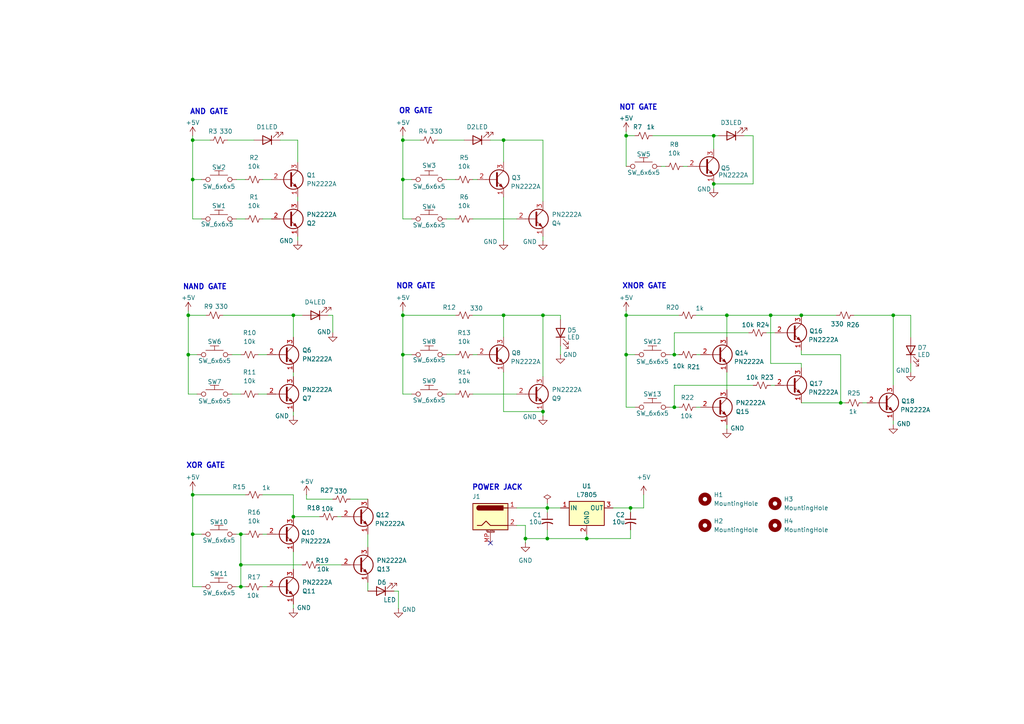
<source format=kicad_sch>
(kicad_sch (version 20250114) (generator "eeschema") (generator_version "9.0")
  (paper "A4")
  (title_block (title "Logic Gate") (date "2025-08-12") (company "Moh Rifqy Risqullah") (comment 1 "Simulate at LTSpice first"))
  (lib_symbols
    (symbol "Connector:Barrel_Jack_MountingPin" (pin_names (hide yes))
      (property "Reference" "J" (at 0 5.334 0))
      (property "Value" "Barrel_Jack_MountingPin" (at 1.27 -6.35 0))
      (symbol "Barrel_Jack_MountingPin_1_1"
        (text "Mounting" (at 0 -4.191 0) (effects (font (size 0.381 0.381))))
        (pin passive line (at 0 -7.62 90) (length 3.048) (name "MountPin") (number "MP"))
        (pin passive line (at 7.62 2.54 180) (length 2.54) (name "~") (number "1"))
        (pin passive line (at 7.62 -2.54 180) (length 2.54) (name "~") (number "2"))
      )
    )
    (symbol "Device:C_Small_US" (pin_numbers (hide yes)) (pin_names (offset 0.254) (hide yes))
      (property "Reference" "C" (at 0.254 1.778 0))
      (property "Value" "C_Small_US" (at 0.254 -2.032 0))
      (symbol "C_Small_US_1_1"
        (pin passive line (at 0 2.54 270) (length 2.032) (name "~") (number "1"))
        (pin passive line (at 0 -2.54 90) (length 2.032) (name "~") (number "2"))
      )
    )
    (symbol "Device:LED" (pin_numbers (hide yes)) (pin_names (offset 1.016) (hide yes))
      (property "Reference" "D" (at 0 2.54 0))
      (property "Value" "LED" (at 0 -2.54 0))
      (symbol "LED_1_1"
        (pin passive line (at -3.81 0 0) (length 2.54) (name "K") (number "1"))
        (pin passive line (at 3.81 0 180) (length 2.54) (name "A") (number "2"))
      )
    )
    (symbol "Device:R_Small_US" (pin_numbers (hide yes)) (pin_names (offset 0.254) (hide yes))
      (property "Reference" "R" (at 0.762 0.508 0))
      (property "Value" "R_Small_US" (at 0.762 -1.016 0))
      (symbol "R_Small_US_1_1"
        (pin passive line (at 0 2.54 270) (length 1.016) (name "~") (number "1"))
        (pin passive line (at 0 -2.54 90) (length 1.016) (name "~") (number "2"))
      )
    )
    (symbol "Mechanical:MountingHole" (pin_names (offset 1.016)) (in_bom no)
      (property "Reference" "H" (at 0 5.08 0))
      (property "Value" "MountingHole" (at 0 3.175 0))
    )
    (symbol "Regulator_Linear:L7805" (pin_names (offset 0.254))
      (property "Reference" "U" (at -3.81 3.175 0))
      (property "Value" "L7805" (at 0 3.175 0))
      (symbol "L7805_1_1"
        (pin power_in line (at -7.62 0 0) (length 2.54) (name "IN") (number "1"))
        (pin power_in line (at 0 -7.62 90) (length 2.54) (name "GND") (number "2"))
        (pin power_out line (at 7.62 0 180) (length 2.54) (name "OUT") (number "3"))
      )
    )
    (symbol "Tactile_Switch_Push_Btn:button_6x6x5"
      (property "Reference" "SW" (at -1.016 10.414 0))
      (property "Value" "SW_6x6x5" (at -1.016 8.382 0))
      (symbol "button_6x6x5_1_1"
        (pin passive inverted (at -5.08 0 0) (length 2.54) (name "") (number ""))
        (pin passive inverted (at 5.08 0 180) (length 2.54) (name "") (number ""))
      )
    )
    (symbol "Transistor_BJT:PN2222A" (pin_names (offset 0) (hide yes))
      (property "Reference" "Q" (at 5.08 1.905 0))
      (property "Value" "PN2222A" (at 5.08 0 0))
      (symbol "PN2222A_1_1"
        (pin input line (at -5.08 0 0) (length 2.54) (name "B") (number "2"))
        (pin passive line (at 2.54 5.08 270) (length 2.54) (name "C") (number "3"))
        (pin passive line (at 2.54 -5.08 90) (length 2.54) (name "E") (number "1"))
      )
    )
    (symbol "button_6x6x5_1"
      (property "Reference" "SW" (at -1.016 10.414 0))
      (property "Value" "SW_6x6x5" (at -1.016 8.382 0))
      (symbol "button_6x6x5_1_1_1"
        (pin passive inverted (at -5.08 0 0) (length 2.54) (name "") (number ""))
        (pin passive inverted (at 5.08 0 180) (length 2.54) (name "") (number ""))
      )
    )
    (symbol "button_6x6x5_10"
      (property "Reference" "SW" (at -1.016 10.414 0))
      (property "Value" "SW_6x6x5" (at -1.016 8.382 0))
      (symbol "button_6x6x5_10_1_1"
        (pin passive inverted (at -5.08 0 0) (length 2.54) (name "") (number ""))
        (pin passive inverted (at 5.08 0 180) (length 2.54) (name "") (number ""))
      )
    )
    (symbol "button_6x6x5_11"
      (property "Reference" "SW" (at -1.016 10.414 0))
      (property "Value" "SW_6x6x5" (at -1.016 8.382 0))
      (symbol "button_6x6x5_11_1_1"
        (pin passive inverted (at -5.08 0 0) (length 2.54) (name "") (number ""))
        (pin passive inverted (at 5.08 0 180) (length 2.54) (name "") (number ""))
      )
    )
    (symbol "button_6x6x5_12"
      (property "Reference" "SW" (at -1.016 10.414 0))
      (property "Value" "SW_6x6x5" (at -1.016 8.382 0))
      (symbol "button_6x6x5_12_1_1"
        (pin passive inverted (at -5.08 0 0) (length 2.54) (name "") (number ""))
        (pin passive inverted (at 5.08 0 180) (length 2.54) (name "") (number ""))
      )
    )
    (symbol "button_6x6x5_2"
      (property "Reference" "SW" (at -1.016 10.414 0))
      (property "Value" "SW_6x6x5" (at -1.016 8.382 0))
      (symbol "button_6x6x5_2_1_1"
        (pin passive inverted (at -5.08 0 0) (length 2.54) (name "") (number ""))
        (pin passive inverted (at 5.08 0 180) (length 2.54) (name "") (number ""))
      )
    )
    (symbol "button_6x6x5_3"
      (property "Reference" "SW" (at -1.016 10.414 0))
      (property "Value" "SW_6x6x5" (at -1.016 8.382 0))
      (symbol "button_6x6x5_3_1_1"
        (pin passive inverted (at -5.08 0 0) (length 2.54) (name "") (number ""))
        (pin passive inverted (at 5.08 0 180) (length 2.54) (name "") (number ""))
      )
    )
    (symbol "button_6x6x5_4"
      (property "Reference" "SW" (at -1.016 10.414 0))
      (property "Value" "SW_6x6x5" (at -1.016 8.382 0))
      (symbol "button_6x6x5_4_1_1"
        (pin passive inverted (at -5.08 0 0) (length 2.54) (name "") (number ""))
        (pin passive inverted (at 5.08 0 180) (length 2.54) (name "") (number ""))
      )
    )
    (symbol "button_6x6x5_5"
      (property "Reference" "SW" (at -1.016 10.414 0))
      (property "Value" "SW_6x6x5" (at -1.016 8.382 0))
      (symbol "button_6x6x5_5_1_1"
        (pin passive inverted (at -5.08 0 0) (length 2.54) (name "") (number ""))
        (pin passive inverted (at 5.08 0 180) (length 2.54) (name "") (number ""))
      )
    )
    (symbol "button_6x6x5_6"
      (property "Reference" "SW" (at -1.016 10.414 0))
      (property "Value" "SW_6x6x5" (at -1.016 8.382 0))
      (symbol "button_6x6x5_6_1_1"
        (pin passive inverted (at -5.08 0 0) (length 2.54) (name "") (number ""))
        (pin passive inverted (at 5.08 0 180) (length 2.54) (name "") (number ""))
      )
    )
    (symbol "button_6x6x5_7"
      (property "Reference" "SW" (at -1.016 10.414 0))
      (property "Value" "SW_6x6x5" (at -1.016 8.382 0))
      (symbol "button_6x6x5_7_1_1"
        (pin passive inverted (at -5.08 0 0) (length 2.54) (name "") (number ""))
        (pin passive inverted (at 5.08 0 180) (length 2.54) (name "") (number ""))
      )
    )
    (symbol "button_6x6x5_8"
      (property "Reference" "SW" (at -1.016 10.414 0))
      (property "Value" "SW_6x6x5" (at -1.016 8.382 0))
      (symbol "button_6x6x5_8_1_1"
        (pin passive inverted (at -5.08 0 0) (length 2.54) (name "") (number ""))
        (pin passive inverted (at 5.08 0 180) (length 2.54) (name "") (number ""))
      )
    )
    (symbol "button_6x6x5_9"
      (property "Reference" "SW" (at -1.016 10.414 0))
      (property "Value" "SW_6x6x5" (at -1.016 8.382 0))
      (symbol "button_6x6x5_9_1_1"
        (pin passive inverted (at -5.08 0 0) (length 2.54) (name "") (number ""))
        (pin passive inverted (at 5.08 0 180) (length 2.54) (name "") (number ""))
      )
    )
    (symbol "power:+5V" (power) (pin_numbers (hide yes)) (pin_names (offset 0) (hide yes))
      (property "Value" "+5V" (at 0 3.556 0))
      (symbol "+5V_1_1"
        (pin power_in line (at 0 0 90) (length 0) (name "~") (number "1"))
      )
    )
    (symbol "power:GND" (power) (pin_numbers (hide yes)) (pin_names (offset 0) (hide yes))
      (property "Value" "GND" (at 0 -3.81 0))
      (symbol "GND_1_1"
        (pin power_in line (at 0 0 270) (length 0) (name "~") (number "1"))
      )
    )
    (symbol "power:PWR_FLAG" (power) (pin_numbers (hide yes)) (pin_names (offset 0) (hide yes))
      (property "Value" "PWR_FLAG" (at 0 3.81 0))
      (symbol "PWR_FLAG_0_0"
        (pin power_out line (at 0 0 90) (length 0) (name "~") (number "1"))
      )
    )
  )
  (text "NOT GATE\n" (at 185.166 31.242 0) (effects (font (size 1.524 1.524) (thickness 0.3048) (bold yes))))
  (text "NOR GATE\n" (at 120.65 83.058 0) (effects (font (size 1.524 1.524) (thickness 0.3048) (bold yes))))
  (text "POWER JACK" (at 144.272 141.478 0) (effects (font (size 1.524 1.524) (thickness 0.3048) (bold yes))))
  (text "OR GATE\n" (at 120.65 32.258 0) (effects (font (size 1.524 1.524) (thickness 0.3048) (bold yes))))
  (text "NAND GATE\n" (at 59.436 83.312 0) (effects (font (size 1.524 1.524) (thickness 0.3048) (bold yes))))
  (text "AND GATE\n" (at 60.706 32.512 0) (effects (font (size 1.524 1.524) (thickness 0.3048) (bold yes))))
  (text "XNOR GATE\n" (at 186.944 83.058 0) (effects (font (size 1.524 1.524) (thickness 0.3048) (bold yes))))
  (text "XOR GATE\n" (at 59.69 135.128 0) (effects (font (size 1.524 1.524) (thickness 0.3048) (bold yes))))
  (junction (at 232.41 91.44))
  (junction (at 158.75 156.21))
  (junction (at 181.61 39.37))
  (junction (at 181.61 102.87))
  (junction (at 54.61 91.44))
  (junction (at 85.09 149.86))
  (junction (at 195.58 118.11))
  (junction (at 116.84 40.64))
  (junction (at 259.08 91.44))
  (junction (at 207.01 39.37))
  (junction (at 54.61 102.87))
  (junction (at 55.88 143.51))
  (junction (at 69.85 163.83))
  (junction (at 182.88 147.32))
  (junction (at 210.82 91.44))
  (junction (at 85.09 91.44))
  (junction (at 207.01 53.34))
  (junction (at 116.84 102.87))
  (junction (at 195.58 102.87))
  (junction (at 157.48 91.44))
  (junction (at 181.61 91.44))
  (junction (at 55.88 52.07))
  (junction (at 146.05 91.44))
  (junction (at 152.4 156.21))
  (junction (at 55.88 154.94))
  (junction (at 223.52 91.44))
  (junction (at 158.75 147.32))
  (junction (at 243.84 116.84))
  (junction (at 157.48 119.38))
  (junction (at 116.84 91.44))
  (junction (at 69.85 154.94))
  (junction (at 170.18 156.21))
  (junction (at 116.84 52.07))
  (junction (at 146.05 40.64))
  (junction (at 55.88 40.64))
  (junction (at 69.85 170.18))
  (no_connect (at 142.24 157.48))
  (wire (pts (xy 69.85 170.18) (xy 71.12 170.18)))
  (wire (pts (xy 55.88 170.18) (xy 58.42 170.18)))
  (wire (pts (xy 69.85 154.94) (xy 71.12 154.94)))
  (wire (pts (xy 157.48 68.58) (xy 157.48 69.85)))
  (wire (pts (xy 208.28 39.37) (xy 207.01 39.37)))
  (wire (pts (xy 157.48 40.64) (xy 146.05 40.64)))
  (wire (pts (xy 223.52 91.44) (xy 232.41 91.44)))
  (wire (pts (xy 181.61 102.87) (xy 181.61 118.11)))
  (wire (pts (xy 55.88 154.94) (xy 58.42 154.94)))
  (wire (pts (xy 85.09 143.51) (xy 85.09 149.86)))
  (wire (pts (xy 210.82 123.19) (xy 210.82 124.46)))
  (wire (pts (xy 129.54 52.07) (xy 132.08 52.07)))
  (wire (pts (xy 218.44 39.37) (xy 218.44 53.34)))
  (wire (pts (xy 137.16 63.5) (xy 149.86 63.5)))
  (wire (pts (xy 76.2 170.18) (xy 77.47 170.18)))
  (wire (pts (xy 215.9 39.37) (xy 218.44 39.37)))
  (wire (pts (xy 210.82 107.95) (xy 210.82 113.03)))
  (wire (pts (xy 181.61 39.37) (xy 181.61 48.26)))
  (wire (pts (xy 264.16 91.44) (xy 259.08 91.44)))
  (wire (pts (xy 217.17 96.52) (xy 195.58 96.52)))
  (wire (pts (xy 68.58 170.18) (xy 69.85 170.18)))
  (wire (pts (xy 149.86 147.32) (xy 158.75 147.32)))
  (wire (pts (xy 181.61 91.44) (xy 196.85 91.44)))
  (wire (pts (xy 68.58 52.07) (xy 71.12 52.07)))
  (wire (pts (xy 88.9 143.51) (xy 88.9 144.78)))
  (wire (pts (xy 232.41 91.44) (xy 242.57 91.44)))
  (wire (pts (xy 149.86 152.4) (xy 152.4 152.4)))
  (wire (pts (xy 158.75 153.67) (xy 158.75 156.21)))
  (wire (pts (xy 138.43 52.07) (xy 137.16 52.07)))
  (wire (pts (xy 116.84 102.87) (xy 119.38 102.87)))
  (wire (pts (xy 194.31 118.11) (xy 195.58 118.11)))
  (wire (pts (xy 88.9 144.78) (xy 96.52 144.78)))
  (wire (pts (xy 142.24 40.64) (xy 146.05 40.64)))
  (wire (pts (xy 170.18 154.94) (xy 170.18 156.21)))
  (wire (pts (xy 54.61 90.17) (xy 54.61 91.44)))
  (wire (pts (xy 162.56 91.44) (xy 157.48 91.44)))
  (wire (pts (xy 243.84 102.87) (xy 243.84 116.84)))
  (wire (pts (xy 264.16 97.79) (xy 264.16 91.44)))
  (wire (pts (xy 182.88 153.67) (xy 182.88 156.21)))
  (wire (pts (xy 114.3 171.45) (xy 115.57 171.45)))
  (wire (pts (xy 96.52 91.44) (xy 95.25 91.44)))
  (wire (pts (xy 116.84 90.17) (xy 116.84 91.44)))
  (wire (pts (xy 207.01 39.37) (xy 207.01 43.18)))
  (wire (pts (xy 198.12 48.26) (xy 199.39 48.26)))
  (wire (pts (xy 55.88 143.51) (xy 55.88 154.94)))
  (wire (pts (xy 201.93 118.11) (xy 203.2 118.11)))
  (wire (pts (xy 157.48 58.42) (xy 157.48 40.64)))
  (wire (pts (xy 69.85 163.83) (xy 69.85 170.18)))
  (wire (pts (xy 129.54 114.3) (xy 132.08 114.3)))
  (wire (pts (xy 81.28 40.64) (xy 86.36 40.64)))
  (wire (pts (xy 181.61 90.17) (xy 181.61 91.44)))
  (wire (pts (xy 129.54 102.87) (xy 132.08 102.87)))
  (wire (pts (xy 116.84 39.37) (xy 116.84 40.64)))
  (wire (pts (xy 181.61 91.44) (xy 181.61 102.87)))
  (wire (pts (xy 116.84 102.87) (xy 116.84 114.3)))
  (wire (pts (xy 69.85 163.83) (xy 69.85 154.94)))
  (wire (pts (xy 54.61 114.3) (xy 57.15 114.3)))
  (wire (pts (xy 152.4 156.21) (xy 152.4 157.48)))
  (wire (pts (xy 85.09 175.26) (xy 85.09 176.53)))
  (wire (pts (xy 146.05 91.44) (xy 146.05 97.79)))
  (wire (pts (xy 55.88 40.64) (xy 60.96 40.64)))
  (wire (pts (xy 203.2 102.87) (xy 201.93 102.87)))
  (wire (pts (xy 223.52 91.44) (xy 223.52 105.41)))
  (wire (pts (xy 55.88 154.94) (xy 55.88 170.18)))
  (wire (pts (xy 210.82 91.44) (xy 210.82 97.79)))
  (wire (pts (xy 218.44 53.34) (xy 207.01 53.34)))
  (wire (pts (xy 232.41 106.68) (xy 232.41 105.41)))
  (wire (pts (xy 158.75 146.05) (xy 158.75 147.32)))
  (wire (pts (xy 146.05 107.95) (xy 146.05 119.38)))
  (wire (pts (xy 116.84 52.07) (xy 119.38 52.07)))
  (wire (pts (xy 116.84 91.44) (xy 116.84 102.87)))
  (wire (pts (xy 232.41 102.87) (xy 243.84 102.87)))
  (wire (pts (xy 99.06 149.86) (xy 97.79 149.86)))
  (wire (pts (xy 116.84 52.07) (xy 116.84 63.5)))
  (wire (pts (xy 85.09 160.02) (xy 85.09 165.1)))
  (wire (pts (xy 222.25 96.52) (xy 224.79 96.52)))
  (wire (pts (xy 67.31 114.3) (xy 69.85 114.3)))
  (wire (pts (xy 232.41 101.6) (xy 232.41 102.87)))
  (wire (pts (xy 146.05 119.38) (xy 157.48 119.38)))
  (wire (pts (xy 232.41 116.84) (xy 243.84 116.84)))
  (wire (pts (xy 129.54 63.5) (xy 132.08 63.5)))
  (wire (pts (xy 85.09 149.86) (xy 92.71 149.86)))
  (wire (pts (xy 210.82 91.44) (xy 223.52 91.44)))
  (wire (pts (xy 250.19 116.84) (xy 251.46 116.84)))
  (wire (pts (xy 138.43 102.87) (xy 137.16 102.87)))
  (wire (pts (xy 195.58 118.11) (xy 196.85 118.11)))
  (wire (pts (xy 96.52 96.52) (xy 96.52 91.44)))
  (wire (pts (xy 181.61 102.87) (xy 184.15 102.87)))
  (wire (pts (xy 182.88 147.32) (xy 182.88 148.59)))
  (wire (pts (xy 152.4 152.4) (xy 152.4 156.21)))
  (wire (pts (xy 76.2 143.51) (xy 85.09 143.51)))
  (wire (pts (xy 55.88 63.5) (xy 58.42 63.5)))
  (wire (pts (xy 54.61 102.87) (xy 57.15 102.87)))
  (wire (pts (xy 177.8 147.32) (xy 182.88 147.32)))
  (wire (pts (xy 85.09 91.44) (xy 87.63 91.44)))
  (wire (pts (xy 218.44 111.76) (xy 195.58 111.76)))
  (wire (pts (xy 162.56 92.71) (xy 162.56 91.44)))
  (wire (pts (xy 181.61 38.1) (xy 181.61 39.37)))
  (wire (pts (xy 55.88 52.07) (xy 55.88 63.5)))
  (wire (pts (xy 158.75 147.32) (xy 158.75 148.59)))
  (wire (pts (xy 181.61 118.11) (xy 184.15 118.11)))
  (wire (pts (xy 189.23 39.37) (xy 207.01 39.37)))
  (wire (pts (xy 157.48 120.65) (xy 157.48 119.38)))
  (wire (pts (xy 195.58 96.52) (xy 195.58 102.87)))
  (wire (pts (xy 158.75 147.32) (xy 162.56 147.32)))
  (wire (pts (xy 116.84 114.3) (xy 119.38 114.3)))
  (wire (pts (xy 66.04 40.64) (xy 73.66 40.64)))
  (wire (pts (xy 106.68 154.94) (xy 106.68 158.75)))
  (wire (pts (xy 259.08 91.44) (xy 259.08 111.76)))
  (wire (pts (xy 195.58 111.76) (xy 195.58 118.11)))
  (wire (pts (xy 54.61 102.87) (xy 54.61 114.3)))
  (wire (pts (xy 186.69 143.51) (xy 186.69 147.32)))
  (wire (pts (xy 87.63 163.83) (xy 69.85 163.83)))
  (wire (pts (xy 157.48 109.22) (xy 157.48 91.44)))
  (wire (pts (xy 146.05 40.64) (xy 146.05 46.99)))
  (wire (pts (xy 92.71 163.83) (xy 99.06 163.83)))
  (wire (pts (xy 85.09 91.44) (xy 85.09 97.79)))
  (wire (pts (xy 74.93 102.87) (xy 77.47 102.87)))
  (wire (pts (xy 86.36 69.85) (xy 86.36 68.58)))
  (wire (pts (xy 55.88 40.64) (xy 55.88 52.07)))
  (wire (pts (xy 85.09 120.65) (xy 85.09 119.38)))
  (wire (pts (xy 68.58 154.94) (xy 69.85 154.94)))
  (wire (pts (xy 201.93 91.44) (xy 210.82 91.44)))
  (wire (pts (xy 76.2 63.5) (xy 78.74 63.5)))
  (wire (pts (xy 207.01 53.34) (xy 207.01 54.61)))
  (wire (pts (xy 54.61 91.44) (xy 59.69 91.44)))
  (wire (pts (xy 77.47 154.94) (xy 76.2 154.94)))
  (wire (pts (xy 127 40.64) (xy 134.62 40.64)))
  (wire (pts (xy 55.88 52.07) (xy 58.42 52.07)))
  (wire (pts (xy 54.61 91.44) (xy 54.61 102.87)))
  (wire (pts (xy 182.88 156.21) (xy 170.18 156.21)))
  (wire (pts (xy 264.16 105.41) (xy 264.16 107.95)))
  (wire (pts (xy 68.58 63.5) (xy 71.12 63.5)))
  (wire (pts (xy 194.31 102.87) (xy 195.58 102.87)))
  (wire (pts (xy 86.36 57.15) (xy 86.36 58.42)))
  (wire (pts (xy 74.93 114.3) (xy 77.47 114.3)))
  (wire (pts (xy 55.88 143.51) (xy 71.12 143.51)))
  (wire (pts (xy 195.58 102.87) (xy 196.85 102.87)))
  (wire (pts (xy 116.84 40.64) (xy 116.84 52.07)))
  (wire (pts (xy 259.08 121.92) (xy 259.08 123.19)))
  (wire (pts (xy 247.65 91.44) (xy 259.08 91.44)))
  (wire (pts (xy 115.57 171.45) (xy 115.57 176.53)))
  (wire (pts (xy 55.88 142.24) (xy 55.88 143.51)))
  (wire (pts (xy 76.2 52.07) (xy 78.74 52.07)))
  (wire (pts (xy 137.16 114.3) (xy 149.86 114.3)))
  (wire (pts (xy 158.75 156.21) (xy 170.18 156.21)))
  (wire (pts (xy 64.77 91.44) (xy 85.09 91.44)))
  (wire (pts (xy 162.56 100.33) (xy 162.56 102.87)))
  (wire (pts (xy 152.4 156.21) (xy 158.75 156.21)))
  (wire (pts (xy 116.84 40.64) (xy 121.92 40.64)))
  (wire (pts (xy 146.05 57.15) (xy 146.05 69.85)))
  (wire (pts (xy 67.31 102.87) (xy 69.85 102.87)))
  (wire (pts (xy 186.69 147.32) (xy 182.88 147.32)))
  (wire (pts (xy 116.84 63.5) (xy 119.38 63.5)))
  (wire (pts (xy 116.84 91.44) (xy 132.08 91.44)))
  (wire (pts (xy 137.16 91.44) (xy 146.05 91.44)))
  (wire (pts (xy 55.88 39.37) (xy 55.88 40.64)))
  (wire (pts (xy 232.41 105.41) (xy 223.52 105.41)))
  (wire (pts (xy 85.09 107.95) (xy 85.09 109.22)))
  (wire (pts (xy 191.77 48.26) (xy 193.04 48.26)))
  (wire (pts (xy 157.48 91.44) (xy 146.05 91.44)))
  (wire (pts (xy 101.6 144.78) (xy 106.68 144.78)))
  (wire (pts (xy 243.84 116.84) (xy 245.11 116.84)))
  (wire (pts (xy 106.68 168.91) (xy 106.68 171.45)))
  (wire (pts (xy 181.61 39.37) (xy 184.15 39.37)))
  (wire (pts (xy 86.36 40.64) (xy 86.36 46.99)))
  (wire (pts (xy 223.52 111.76) (xy 224.79 111.76)))
  (symbol (lib_id "Device:R_Small_US") (at 195.58 48.26 90) (unit 1)
    (property "Reference" "R8" (at 195.58 41.91 90))
    (property "Value" "10k" (at 195.58 44.45 90))
    (property "Footprint" "Resistor_THT:R_Axial_DIN0309_L9.0mm_D3.2mm_P12.70mm_Horizontal" (effects (hide yes)))
    (property "Description" "Resistor, small US symbol" (effects (hide yes)))
  )
  (symbol (lib_id "power:GND") (at 210.82 124.46 0) (unit 1)
    (property "Reference" "#PWR019" (effects (hide yes)))
    (property "Value" "GND" (at 213.868 124.206 0))
    (property "Description" "Power symbol creates a global label with name \"GND\" , ground" (effects (hide yes)))
  )
  (symbol (lib_id "Transistor_BJT:PN2222A") (at 204.47 48.26 0) (unit 1)
    (property "Reference" "Q5" (at 209.042 48.768 0) (effects (justify left)))
    (property "Value" "PN2222A" (at 208.28 50.8 0) (effects (justify left)))
    (property "Footprint" "Package_TO_SOT_THT:TO-92_Inline" (effects (hide yes)))
    (property "Datasheet" "https://www.onsemi.com/pub/Collateral/PN2222-D.PDF" (effects (hide yes)))
    (property "Description" "1A Ic, 40V Vce, NPN Transistor, General Purpose Transistor, TO-92" (effects (hide yes)))
  )
  (symbol (lib_id "Device:LED") (at 264.16 101.6 90) (unit 1)
    (property "Reference" "D7" (at 267.462 100.838 90))
    (property "Value" "LED" (at 267.97 102.87 90))
    (property "Footprint" "LED_THT:LED_D5.0mm_IRBlack" (effects (hide yes)))
    (property "Description" "Light emitting diode" (effects (hide yes)))
    (property "Sim.Pins" "1=K 2=A" (effects (hide yes)))
  )
  (symbol (lib_id "Device:R_Small_US") (at 134.62 102.87 90) (unit 1)
    (property "Reference" "R13" (at 134.62 96.52 90))
    (property "Value" "10k" (at 134.62 99.06 90))
    (property "Footprint" "Resistor_THT:R_Axial_DIN0309_L9.0mm_D3.2mm_P12.70mm_Horizontal" (effects (hide yes)))
    (property "Description" "Resistor, small US symbol" (effects (hide yes)))
  )
  (symbol (lib_id "Device:R_Small_US") (at 245.11 91.44 90) (unit 1)
    (property "Reference" "R26" (at 247.396 94.234 90))
    (property "Value" "330" (at 242.824 93.98 90))
    (property "Footprint" "Resistor_THT:R_Axial_DIN0309_L9.0mm_D3.2mm_P12.70mm_Horizontal" (effects (hide yes)))
    (property "Description" "Resistor, small US symbol" (effects (hide yes)))
  )
  (symbol (lib_id "Tactile_Switch_Push_Btn:button_6x6x5") (at 124.46 114.3 0) (unit 1)
    (property "Reference" "SW9" (at 124.46 110.49 0))
    (property "Value" "SW_6x6x5" (at 124.46 116.078 0))
    (property "Footprint" "Tactile_Switch_Push_Btn:Btn_6x6x5" (effects (hide yes)))
    (property "Description" "Two pin tactile switch 6x6x5" (effects (hide yes)))
  )
  (symbol (lib_id "Device:R_Small_US") (at 199.39 118.11 90) (unit 1)
    (property "Reference" "R22" (at 199.39 115.316 90))
    (property "Value" "10k" (at 199.136 120.65 90))
    (property "Footprint" "Resistor_THT:R_Axial_DIN0309_L9.0mm_D3.2mm_P12.70mm_Horizontal" (effects (hide yes)))
    (property "Description" "Resistor, small US symbol" (effects (hide yes)))
  )
  (symbol (lib_id "Device:R_Small_US") (at 73.66 52.07 90) (unit 1)
    (property "Reference" "R2" (at 73.66 45.72 90))
    (property "Value" "10k" (at 73.66 48.26 90))
    (property "Footprint" "Resistor_THT:R_Axial_DIN0309_L9.0mm_D3.2mm_P12.70mm_Horizontal" (effects (hide yes)))
    (property "Description" "Resistor, small US symbol" (effects (hide yes)))
  )
  (symbol (lib_id "Connector:Barrel_Jack_MountingPin") (at 142.24 149.86 0) (unit 1)
    (property "Reference" "J1" (at 138.176 144.018 0))
    (property "Value" "Barrel_Jack_MountingPin" (effects (hide yes)))
    (property "Footprint" "Connector_BarrelJack:BarrelJack_Horizontal" (effects (hide yes)))
    (property "Description" "DC Barrel Jack with a mounting pin" (effects (hide yes)))
  )
  (symbol (lib_id "Device:LED") (at 77.47 40.64 180) (unit 1)
    (property "Reference" "D1" (at 75.692 36.83 0))
    (property "Value" "LED" (at 78.74 36.83 0))
    (property "Footprint" "LED_THT:LED_D5.0mm_IRBlack" (effects (hide yes)))
    (property "Description" "Light emitting diode" (effects (hide yes)))
    (property "Sim.Pins" "1=K 2=A" (effects (hide yes)))
  )
  (symbol (lib_id "Device:LED") (at 110.49 171.45 180) (unit 1)
    (property "Reference" "D6" (at 110.744 168.91 0))
    (property "Value" "LED" (at 113.03 173.99 0))
    (property "Footprint" "LED_THT:LED_D5.0mm_IRBlack" (effects (hide yes)))
    (property "Description" "Light emitting diode" (effects (hide yes)))
    (property "Sim.Pins" "1=K 2=A" (effects (hide yes)))
  )
  (symbol (lib_id "power:PWR_FLAG") (at 158.75 146.05 0) (unit 1)
    (property "Reference" "#FLG01" (effects (hide yes)))
    (property "Value" "PWR_FLAG" (effects (hide yes)))
    (property "Description" "Special symbol for telling ERC where power comes from" (effects (hide yes)))
  )
  (symbol (lib_id "Transistor_BJT:PN2222A") (at 208.28 118.11 0) (unit 1)
    (property "Reference" "Q15" (at 213.36 119.3801 0) (effects (justify left)))
    (property "Value" "PN2222A" (at 213.36 116.8401 0) (effects (justify left)))
    (property "Footprint" "Package_TO_SOT_THT:TO-92_Inline" (effects (hide yes)))
    (property "Datasheet" "https://www.onsemi.com/pub/Collateral/PN2222-D.PDF" (effects (hide yes)))
    (property "Description" "1A Ic, 40V Vce, NPN Transistor, General Purpose Transistor, TO-92" (effects (hide yes)))
  )
  (symbol (lib_id "Transistor_BJT:PN2222A") (at 83.82 63.5 0) (unit 1)
    (property "Reference" "Q2" (at 88.9 64.7701 0) (effects (justify left)))
    (property "Value" "PN2222A" (at 88.9 62.2301 0) (effects (justify left)))
    (property "Footprint" "Package_TO_SOT_THT:TO-92_Inline" (effects (hide yes)))
    (property "Datasheet" "https://www.onsemi.com/pub/Collateral/PN2222-D.PDF" (effects (hide yes)))
    (property "Description" "1A Ic, 40V Vce, NPN Transistor, General Purpose Transistor, TO-92" (effects (hide yes)))
  )
  (symbol (lib_id "Device:R_Small_US") (at 124.46 40.64 270) (unit 1)
    (property "Reference" "R4" (at 122.682 38.1 90))
    (property "Value" "330" (at 126.492 38.1 90))
    (property "Footprint" "Resistor_THT:R_Axial_DIN0309_L9.0mm_D3.2mm_P12.70mm_Horizontal" (effects (hide yes)))
    (property "Description" "Resistor, small US symbol" (effects (hide yes)))
  )
  (symbol (lib_id "power:GND") (at 162.56 102.87 0) (unit 1)
    (property "Reference" "#PWR012" (effects (hide yes)))
    (property "Value" "GND" (at 165.354 102.87 0))
    (property "Description" "Power symbol creates a global label with name \"GND\" , ground" (effects (hide yes)))
  )
  (symbol (lib_name "button_6x6x5_1") (lib_id "Tactile_Switch_Push_Btn:button_6x6x5") (at 62.23 102.87 0) (unit 1)
    (property "Reference" "SW6" (at 62.23 99.06 0))
    (property "Value" "SW_6x6x5" (at 62.23 104.648 0))
    (property "Footprint" "Tactile_Switch_Push_Btn:Btn_6x6x5" (effects (hide yes)))
    (property "Description" "Two pin tactile switch 6x6x5" (effects (hide yes)))
  )
  (symbol (lib_id "power:+5V") (at 116.84 39.37 0) (unit 1)
    (property "Reference" "#PWR01" (effects (hide yes)))
    (property "Value" "+5V" (at 116.84 35.56 0))
    (property "Description" "Power symbol creates a global label with name \"+5V\"" (effects (hide yes)))
  )
  (symbol (lib_id "Transistor_BJT:PN2222A") (at 82.55 154.94 0) (unit 1)
    (property "Reference" "Q10" (at 87.376 154.432 0) (effects (justify left)))
    (property "Value" "PN2222A" (at 87.122 156.972 0) (effects (justify left)))
    (property "Footprint" "Package_TO_SOT_THT:TO-92_Inline" (effects (hide yes)))
    (property "Datasheet" "https://www.onsemi.com/pub/Collateral/PN2222-D.PDF" (effects (hide yes)))
    (property "Description" "1A Ic, 40V Vce, NPN Transistor, General Purpose Transistor, TO-92" (effects (hide yes)))
  )
  (symbol (lib_id "Transistor_BJT:PN2222A") (at 208.28 102.87 0) (unit 1)
    (property "Reference" "Q14" (at 213.106 102.362 0) (effects (justify left)))
    (property "Value" "PN2222A" (at 212.852 104.902 0) (effects (justify left)))
    (property "Footprint" "Package_TO_SOT_THT:TO-92_Inline" (effects (hide yes)))
    (property "Datasheet" "https://www.onsemi.com/pub/Collateral/PN2222-D.PDF" (effects (hide yes)))
    (property "Description" "1A Ic, 40V Vce, NPN Transistor, General Purpose Transistor, TO-92" (effects (hide yes)))
  )
  (symbol (lib_id "power:GND") (at 86.36 69.85 0) (unit 1)
    (property "Reference" "#PWR03" (effects (hide yes)))
    (property "Value" "GND" (at 83.058 69.85 0))
    (property "Description" "Power symbol creates a global label with name \"GND\" , ground" (effects (hide yes)))
  )
  (symbol (lib_id "Transistor_BJT:PN2222A") (at 143.51 102.87 0) (unit 1)
    (property "Reference" "Q8" (at 148.336 102.362 0) (effects (justify left)))
    (property "Value" "PN2222A" (at 148.082 104.902 0) (effects (justify left)))
    (property "Footprint" "Package_TO_SOT_THT:TO-92_Inline" (effects (hide yes)))
    (property "Datasheet" "https://www.onsemi.com/pub/Collateral/PN2222-D.PDF" (effects (hide yes)))
    (property "Description" "1A Ic, 40V Vce, NPN Transistor, General Purpose Transistor, TO-92" (effects (hide yes)))
  )
  (symbol (lib_id "Device:R_Small_US") (at 90.17 163.83 90) (unit 1)
    (property "Reference" "R19" (at 93.472 162.56 90))
    (property "Value" "10k" (at 93.726 165.1 90))
    (property "Footprint" "Resistor_THT:R_Axial_DIN0309_L9.0mm_D3.2mm_P12.70mm_Horizontal" (effects (hide yes)))
    (property "Description" "Resistor, small US symbol" (effects (hide yes)))
  )
  (symbol (lib_id "power:+5V") (at 55.88 142.24 0) (unit 1)
    (property "Reference" "#PWR013" (effects (hide yes)))
    (property "Value" "+5V" (at 55.88 138.43 0))
    (property "Description" "Power symbol creates a global label with name \"+5V\"" (effects (hide yes)))
  )
  (symbol (lib_name "button_6x6x5_9") (lib_id "Tactile_Switch_Push_Btn:button_6x6x5") (at 189.23 102.87 0) (unit 1)
    (property "Reference" "SW12" (at 189.23 99.06 0))
    (property "Value" "SW_6x6x5" (at 189.23 104.902 0))
    (property "Footprint" "Tactile_Switch_Push_Btn:Btn_6x6x5" (effects (hide yes)))
    (property "Description" "Two pin tactile switch 6x6x5" (effects (hide yes)))
  )
  (symbol (lib_id "Device:R_Small_US") (at 134.62 91.44 270) (unit 1)
    (property "Reference" "R12" (at 130.302 89.154 90))
    (property "Value" "330" (at 138.176 89.408 90))
    (property "Footprint" "Resistor_THT:R_Axial_DIN0309_L9.0mm_D3.2mm_P12.70mm_Horizontal" (effects (hide yes)))
    (property "Description" "Resistor, small US symbol" (effects (hide yes)))
  )
  (symbol (lib_id "Transistor_BJT:PN2222A") (at 154.94 63.5 0) (unit 1)
    (property "Reference" "Q4" (at 160.02 64.7701 0) (effects (justify left)))
    (property "Value" "PN2222A" (at 160.02 62.2301 0) (effects (justify left)))
    (property "Footprint" "Package_TO_SOT_THT:TO-92_Inline" (effects (hide yes)))
    (property "Datasheet" "https://www.onsemi.com/pub/Collateral/PN2222-D.PDF" (effects (hide yes)))
    (property "Description" "1A Ic, 40V Vce, NPN Transistor, General Purpose Transistor, TO-92" (effects (hide yes)))
  )
  (symbol (lib_id "Device:R_Small_US") (at 220.98 111.76 90) (unit 1)
    (property "Reference" "R23" (at 222.504 109.474 90))
    (property "Value" "10k" (at 218.186 109.474 90))
    (property "Footprint" "Resistor_THT:R_Axial_DIN0309_L9.0mm_D3.2mm_P12.70mm_Horizontal" (effects (hide yes)))
    (property "Description" "Resistor, small US symbol" (effects (hide yes)))
  )
  (symbol (lib_id "Device:LED") (at 212.09 39.37 180) (unit 1)
    (property "Reference" "D3" (at 210.312 35.56 0))
    (property "Value" "LED" (at 213.36 35.56 0))
    (property "Footprint" "LED_THT:LED_D5.0mm_IRBlack" (effects (hide yes)))
    (property "Description" "Light emitting diode" (effects (hide yes)))
    (property "Sim.Pins" "1=K 2=A" (effects (hide yes)))
  )
  (symbol (lib_name "button_6x6x5_10") (lib_id "Tactile_Switch_Push_Btn:button_6x6x5") (at 124.46 102.87 0) (unit 1)
    (property "Reference" "SW8" (at 124.46 99.06 0))
    (property "Value" "SW_6x6x5" (at 124.46 104.394 0))
    (property "Footprint" "Tactile_Switch_Push_Btn:Btn_6x6x5" (effects (hide yes)))
    (property "Description" "Two pin tactile switch 6x6x5" (effects (hide yes)))
  )
  (symbol (lib_id "Transistor_BJT:PN2222A") (at 82.55 102.87 0) (unit 1)
    (property "Reference" "Q6" (at 87.63 101.5999 0) (effects (justify left)))
    (property "Value" "PN2222A" (at 87.63 104.1399 0) (effects (justify left)))
    (property "Footprint" "Package_TO_SOT_THT:TO-92_Inline" (effects (hide yes)))
    (property "Datasheet" "https://www.onsemi.com/pub/Collateral/PN2222-D.PDF" (effects (hide yes)))
    (property "Description" "1A Ic, 40V Vce, NPN Transistor, General Purpose Transistor, TO-92" (effects (hide yes)))
  )
  (symbol (lib_id "Device:LED") (at 162.56 96.52 90) (unit 1)
    (property "Reference" "D5" (at 165.862 95.758 90))
    (property "Value" "LED" (at 166.37 97.79 90))
    (property "Footprint" "LED_THT:LED_D5.0mm_IRBlack" (effects (hide yes)))
    (property "Description" "Light emitting diode" (effects (hide yes)))
    (property "Sim.Pins" "1=K 2=A" (effects (hide yes)))
  )
  (symbol (lib_id "Transistor_BJT:PN2222A") (at 256.54 116.84 0) (unit 1)
    (property "Reference" "Q18" (at 261.366 116.332 0) (effects (justify left)))
    (property "Value" "PN2222A" (at 261.112 118.872 0) (effects (justify left)))
    (property "Footprint" "Package_TO_SOT_THT:TO-92_Inline" (effects (hide yes)))
    (property "Datasheet" "https://www.onsemi.com/pub/Collateral/PN2222-D.PDF" (effects (hide yes)))
    (property "Description" "1A Ic, 40V Vce, NPN Transistor, General Purpose Transistor, TO-92" (effects (hide yes)))
  )
  (symbol (lib_name "button_6x6x5_11") (lib_id "Tactile_Switch_Push_Btn:button_6x6x5") (at 186.69 48.26 0) (unit 1)
    (property "Reference" "SW5" (at 186.69 44.704 0))
    (property "Value" "SW_6x6x5" (at 186.69 50.038 0))
    (property "Footprint" "Tactile_Switch_Push_Btn:Btn_6x6x5" (effects (hide yes)))
    (property "Description" "Two pin tactile switch 6x6x5" (effects (hide yes)))
  )
  (symbol (lib_id "Device:R_Small_US") (at 62.23 91.44 270) (unit 1)
    (property "Reference" "R9" (at 60.452 88.9 90))
    (property "Value" "330" (at 64.262 88.9 90))
    (property "Footprint" "Resistor_THT:R_Axial_DIN0309_L9.0mm_D3.2mm_P12.70mm_Horizontal" (effects (hide yes)))
    (property "Description" "Resistor, small US symbol" (effects (hide yes)))
  )
  (symbol (lib_id "Device:R_Small_US") (at 73.66 170.18 90) (unit 1)
    (property "Reference" "R17" (at 73.66 167.386 90))
    (property "Value" "10k" (at 73.406 172.72 90))
    (property "Footprint" "Resistor_THT:R_Axial_DIN0309_L9.0mm_D3.2mm_P12.70mm_Horizontal" (effects (hide yes)))
    (property "Description" "Resistor, small US symbol" (effects (hide yes)))
  )
  (symbol (lib_id "power:GND") (at 157.48 120.65 0) (unit 1)
    (property "Reference" "#PWR011" (effects (hide yes)))
    (property "Value" "GND" (at 153.67 120.904 0))
    (property "Description" "Power symbol creates a global label with name \"GND\" , ground" (effects (hide yes)))
  )
  (symbol (lib_name "button_6x6x5_8") (lib_id "Tactile_Switch_Push_Btn:button_6x6x5") (at 63.5 154.94 0) (unit 1)
    (property "Reference" "SW10" (at 63.5 151.384 0))
    (property "Value" "SW_6x6x5" (at 63.5 156.718 0))
    (property "Footprint" "Tactile_Switch_Push_Btn:Btn_6x6x5" (effects (hide yes)))
    (property "Description" "Two pin tactile switch 6x6x5" (effects (hide yes)))
  )
  (symbol (lib_id "Device:R_Small_US") (at 186.69 39.37 270) (unit 1)
    (property "Reference" "R7" (at 184.912 36.83 90))
    (property "Value" "1k" (at 188.722 36.83 90))
    (property "Footprint" "Resistor_THT:R_Axial_DIN0309_L9.0mm_D3.2mm_P12.70mm_Horizontal" (effects (hide yes)))
    (property "Description" "Resistor, small US symbol" (effects (hide yes)))
  )
  (symbol (lib_id "Device:R_Small_US") (at 73.66 154.94 90) (unit 1)
    (property "Reference" "R16" (at 73.66 148.59 90))
    (property "Value" "10k" (at 73.66 151.13 90))
    (property "Footprint" "Resistor_THT:R_Axial_DIN0309_L9.0mm_D3.2mm_P12.70mm_Horizontal" (effects (hide yes)))
    (property "Description" "Resistor, small US symbol" (effects (hide yes)))
  )
  (symbol (lib_id "power:+5V") (at 116.84 90.17 0) (unit 1)
    (property "Reference" "#PWR010" (effects (hide yes)))
    (property "Value" "+5V" (at 116.84 86.36 0))
    (property "Description" "Power symbol creates a global label with name \"+5V\"" (effects (hide yes)))
  )
  (symbol (lib_id "Mechanical:MountingHole") (at 204.47 152.4 0) (unit 1) (in_bom no)
    (property "Reference" "H2" (at 207.01 151.1299 0) (effects (justify left)))
    (property "Value" "MountingHole" (at 207.01 153.6699 0) (effects (justify left)))
    (property "Footprint" "MountingHole:MountingHole_3.2mm_M3" (effects (hide yes)))
    (property "Description" "Mounting Hole without connection" (effects (hide yes)))
  )
  (symbol (lib_id "Device:LED") (at 138.43 40.64 180) (unit 1)
    (property "Reference" "D2" (at 136.652 36.83 0))
    (property "Value" "LED" (at 139.7 36.83 0))
    (property "Footprint" "LED_THT:LED_D5.0mm_IRBlack" (effects (hide yes)))
    (property "Description" "Light emitting diode" (effects (hide yes)))
    (property "Sim.Pins" "1=K 2=A" (effects (hide yes)))
  )
  (symbol (lib_id "Transistor_BJT:PN2222A") (at 82.55 170.18 0) (unit 1)
    (property "Reference" "Q11" (at 87.63 171.4501 0) (effects (justify left)))
    (property "Value" "PN2222A" (at 87.63 168.9101 0) (effects (justify left)))
    (property "Footprint" "Package_TO_SOT_THT:TO-92_Inline" (effects (hide yes)))
    (property "Datasheet" "https://www.onsemi.com/pub/Collateral/PN2222-D.PDF" (effects (hide yes)))
    (property "Description" "1A Ic, 40V Vce, NPN Transistor, General Purpose Transistor, TO-92" (effects (hide yes)))
  )
  (symbol (lib_id "power:GND") (at 207.01 54.61 0) (unit 1)
    (property "Reference" "#PWR07" (effects (hide yes)))
    (property "Value" "GND" (at 204.216 54.864 0))
    (property "Description" "Power symbol creates a global label with name \"GND\" , ground" (effects (hide yes)))
  )
  (symbol (lib_name "button_6x6x5_12") (lib_id "Tactile_Switch_Push_Btn:button_6x6x5") (at 63.5 63.5 0) (unit 1)
    (property "Reference" "SW1" (at 63.5 59.69 0))
    (property "Value" "SW_6x6x5" (at 62.992 65.024 0))
    (property "Footprint" "Tactile_Switch_Push_Btn:Btn_6x6x5" (effects (hide yes)))
    (property "Description" "Two pin tactile switch 6x6x5" (effects (hide yes)))
  )
  (symbol (lib_id "Regulator_Linear:L7805") (at 170.18 147.32 0) (unit 1)
    (property "Reference" "U1" (at 170.18 140.97 0))
    (property "Value" "L7805" (at 170.18 143.51 0))
    (property "Footprint" "Package_TO_SOT_THT:TO-220-3_Vertical" (effects (hide yes)))
    (property "Datasheet" "http://www.st.com/content/ccc/resource/technical/document/datasheet/41/4f/b3/b0/12/d4/47/88/CD00000444.pdf/files/CD00000444.pdf/jcr:content/translations/en.CD00000444.pdf" (effects (hide yes)))
    (property "Description" "Positive 1.5A 35V Linear Regulator, Fixed Output 5V, TO-220/TO-263/TO-252" (effects (hide yes)))
  )
  (symbol (lib_id "Device:R_Small_US") (at 134.62 52.07 90) (unit 1)
    (property "Reference" "R5" (at 134.62 45.72 90))
    (property "Value" "10k" (at 134.62 48.26 90))
    (property "Footprint" "Resistor_THT:R_Axial_DIN0309_L9.0mm_D3.2mm_P12.70mm_Horizontal" (effects (hide yes)))
    (property "Description" "Resistor, small US symbol" (effects (hide yes)))
  )
  (symbol (lib_id "Device:LED") (at 91.44 91.44 180) (unit 1)
    (property "Reference" "D4" (at 89.662 87.63 0))
    (property "Value" "LED" (at 92.71 87.63 0))
    (property "Footprint" "LED_THT:LED_D5.0mm_IRBlack" (effects (hide yes)))
    (property "Description" "Light emitting diode" (effects (hide yes)))
    (property "Sim.Pins" "1=K 2=A" (effects (hide yes)))
  )
  (symbol (lib_id "Device:R_Small_US") (at 247.65 116.84 90) (unit 1)
    (property "Reference" "R25" (at 247.65 114.046 90))
    (property "Value" "1k" (at 247.396 119.38 90))
    (property "Footprint" "Resistor_THT:R_Axial_DIN0309_L9.0mm_D3.2mm_P12.70mm_Horizontal" (effects (hide yes)))
    (property "Description" "Resistor, small US symbol" (effects (hide yes)))
  )
  (symbol (lib_id "power:+5V") (at 54.61 90.17 0) (unit 1)
    (property "Reference" "#PWR05" (effects (hide yes)))
    (property "Value" "+5V" (at 54.61 86.36 0))
    (property "Description" "Power symbol creates a global label with name \"+5V\"" (effects (hide yes)))
  )
  (symbol (lib_id "Transistor_BJT:PN2222A") (at 143.51 52.07 0) (unit 1)
    (property "Reference" "Q3" (at 148.336 51.562 0) (effects (justify left)))
    (property "Value" "PN2222A" (at 148.082 54.102 0) (effects (justify left)))
    (property "Footprint" "Package_TO_SOT_THT:TO-92_Inline" (effects (hide yes)))
    (property "Datasheet" "https://www.onsemi.com/pub/Collateral/PN2222-D.PDF" (effects (hide yes)))
    (property "Description" "1A Ic, 40V Vce, NPN Transistor, General Purpose Transistor, TO-92" (effects (hide yes)))
  )
  (symbol (lib_name "button_6x6x5_2") (lib_id "Tactile_Switch_Push_Btn:button_6x6x5") (at 63.5 170.18 0) (unit 1)
    (property "Reference" "SW11" (at 63.5 166.37 0))
    (property "Value" "SW_6x6x5" (at 63.5 171.958 0))
    (property "Footprint" "Tactile_Switch_Push_Btn:Btn_6x6x5" (effects (hide yes)))
    (property "Description" "Two pin tactile switch 6x6x5" (effects (hide yes)))
  )
  (symbol (lib_name "button_6x6x5_5") (lib_id "Tactile_Switch_Push_Btn:button_6x6x5") (at 124.46 52.07 0) (unit 1)
    (property "Reference" "SW3" (at 124.46 48.006 0))
    (property "Value" "SW_6x6x5" (at 124.46 54.102 0))
    (property "Footprint" "Tactile_Switch_Push_Btn:Btn_6x6x5" (effects (hide yes)))
    (property "Description" "Two pin tactile switch 6x6x5" (effects (hide yes)))
  )
  (symbol (lib_id "power:+5V") (at 55.88 39.37 0) (unit 1)
    (property "Reference" "#PWR04" (effects (hide yes)))
    (property "Value" "+5V" (at 55.88 35.56 0))
    (property "Description" "Power symbol creates a global label with name \"+5V\"" (effects (hide yes)))
  )
  (symbol (lib_id "Device:R_Small_US") (at 72.39 114.3 90) (unit 1)
    (property "Reference" "R11" (at 72.39 107.95 90))
    (property "Value" "10k" (at 72.39 110.49 90))
    (property "Footprint" "Resistor_THT:R_Axial_DIN0309_L9.0mm_D3.2mm_P12.70mm_Horizontal" (effects (hide yes)))
    (property "Description" "Resistor, small US symbol" (effects (hide yes)))
  )
  (symbol (lib_id "Device:R_Small_US") (at 73.66 63.5 90) (unit 1)
    (property "Reference" "R1" (at 73.66 57.15 90))
    (property "Value" "10k" (at 73.66 59.69 90))
    (property "Footprint" "Resistor_THT:R_Axial_DIN0309_L9.0mm_D3.2mm_P12.70mm_Horizontal" (effects (hide yes)))
    (property "Description" "Resistor, small US symbol" (effects (hide yes)))
  )
  (symbol (lib_id "power:GND") (at 157.48 69.85 0) (unit 1)
    (property "Reference" "#PWR02" (effects (hide yes)))
    (property "Value" "GND" (at 153.67 70.104 0))
    (property "Description" "Power symbol creates a global label with name \"GND\" , ground" (effects (hide yes)))
  )
  (symbol (lib_id "Device:C_Small_US") (at 182.88 151.13 0) (unit 1)
    (property "Reference" "C2" (at 178.562 149.352 0) (effects (justify left)))
    (property "Value" "10u" (at 177.546 151.384 0) (effects (justify left)))
    (property "Footprint" "Capacitor_THT:C_Radial_D5.0mm_H11.0mm_P2.00mm" (effects (hide yes)))
    (property "Description" "capacitor, small US symbol" (effects (hide yes)))
  )
  (symbol (lib_id "Device:R_Small_US") (at 72.39 102.87 90) (unit 1)
    (property "Reference" "R10" (at 72.39 96.52 90))
    (property "Value" "10k" (at 72.39 99.06 90))
    (property "Footprint" "Resistor_THT:R_Axial_DIN0309_L9.0mm_D3.2mm_P12.70mm_Horizontal" (effects (hide yes)))
    (property "Description" "Resistor, small US symbol" (effects (hide yes)))
  )
  (symbol (lib_id "Device:R_Small_US") (at 134.62 63.5 90) (unit 1)
    (property "Reference" "R6" (at 134.62 57.15 90))
    (property "Value" "10k" (at 134.62 59.69 90))
    (property "Footprint" "Resistor_THT:R_Axial_DIN0309_L9.0mm_D3.2mm_P12.70mm_Horizontal" (effects (hide yes)))
    (property "Description" "Resistor, small US symbol" (effects (hide yes)))
  )
  (symbol (lib_id "power:+5V") (at 186.69 143.51 0) (unit 1)
    (property "Reference" "#PWR023" (effects (hide yes)))
    (property "Value" "+5V" (at 186.69 138.43 0))
    (property "Description" "Power symbol creates a global label with name \"+5V\"" (effects (hide yes)))
  )
  (symbol (lib_id "power:+5V") (at 181.61 90.17 0) (unit 1)
    (property "Reference" "#PWR018" (effects (hide yes)))
    (property "Value" "+5V" (at 181.61 86.36 0))
    (property "Description" "Power symbol creates a global label with name \"+5V\"" (effects (hide yes)))
  )
  (symbol (lib_id "power:GND") (at 115.57 176.53 0) (unit 1)
    (property "Reference" "#PWR017" (effects (hide yes)))
    (property "Value" "GND" (at 118.618 176.784 0))
    (property "Description" "Power symbol creates a global label with name \"GND\" , ground" (effects (hide yes)))
  )
  (symbol (lib_name "button_6x6x5_3") (lib_id "Tactile_Switch_Push_Btn:button_6x6x5") (at 63.5 52.07 0) (unit 1)
    (property "Reference" "SW2" (at 63.5 48.514 0))
    (property "Value" "SW_6x6x5" (at 63.5 54.102 0))
    (property "Footprint" "Tactile_Switch_Push_Btn:Btn_6x6x5" (effects (hide yes)))
    (property "Description" "Two pin tactile switch 6x6x5" (effects (hide yes)))
  )
  (symbol (lib_id "power:GND") (at 259.08 123.19 0) (unit 1)
    (property "Reference" "#PWR020" (effects (hide yes)))
    (property "Value" "GND" (at 262.128 122.936 0))
    (property "Description" "Power symbol creates a global label with name \"GND\" , ground" (effects (hide yes)))
  )
  (symbol (lib_name "button_6x6x5_4") (lib_id "Tactile_Switch_Push_Btn:button_6x6x5") (at 189.23 118.11 0) (unit 1)
    (property "Reference" "SW13" (at 189.23 114.3 0))
    (property "Value" "SW_6x6x5" (at 189.23 119.888 0))
    (property "Footprint" "Tactile_Switch_Push_Btn:Btn_6x6x5" (effects (hide yes)))
    (property "Description" "Two pin tactile switch 6x6x5" (effects (hide yes)))
  )
  (symbol (lib_id "power:GND") (at 85.09 176.53 0) (unit 1)
    (property "Reference" "#PWR016" (effects (hide yes)))
    (property "Value" "GND" (at 88.138 176.276 0))
    (property "Description" "Power symbol creates a global label with name \"GND\" , ground" (effects (hide yes)))
  )
  (symbol (lib_id "power:GND") (at 85.09 120.65 0) (unit 1)
    (property "Reference" "#PWR08" (effects (hide yes)))
    (property "Value" "GND" (at 81.788 120.65 0))
    (property "Description" "Power symbol creates a global label with name \"GND\" , ground" (effects (hide yes)))
  )
  (symbol (lib_id "Mechanical:MountingHole") (at 224.79 152.4 0) (unit 1) (in_bom no)
    (property "Reference" "H4" (at 227.33 151.1299 0) (effects (justify left)))
    (property "Value" "MountingHole" (at 227.33 153.6699 0) (effects (justify left)))
    (property "Footprint" "MountingHole:MountingHole_3.2mm_M3" (effects (hide yes)))
    (property "Description" "Mounting Hole without connection" (effects (hide yes)))
  )
  (symbol (lib_id "Device:R_Small_US") (at 199.39 102.87 90) (unit 1)
    (property "Reference" "R21" (at 201.168 106.426 90))
    (property "Value" "10k" (at 196.85 106.172 90))
    (property "Footprint" "Resistor_THT:R_Axial_DIN0309_L9.0mm_D3.2mm_P12.70mm_Horizontal" (effects (hide yes)))
    (property "Description" "Resistor, small US symbol" (effects (hide yes)))
  )
  (symbol (lib_name "button_6x6x5_7") (lib_id "Tactile_Switch_Push_Btn:button_6x6x5") (at 62.23 114.3 0) (unit 1)
    (property "Reference" "SW7" (at 62.23 110.744 0))
    (property "Value" "SW_6x6x5" (at 62.23 116.332 0))
    (property "Footprint" "Tactile_Switch_Push_Btn:Btn_6x6x5" (effects (hide yes)))
    (property "Description" "Two pin tactile switch 6x6x5" (effects (hide yes)))
  )
  (symbol (lib_id "Transistor_BJT:PN2222A") (at 83.82 52.07 0) (unit 1)
    (property "Reference" "Q1" (at 88.9 50.7999 0) (effects (justify left)))
    (property "Value" "PN2222A" (at 88.9 53.3399 0) (effects (justify left)))
    (property "Footprint" "Package_TO_SOT_THT:TO-92_Inline" (effects (hide yes)))
    (property "Datasheet" "https://www.onsemi.com/pub/Collateral/PN2222-D.PDF" (effects (hide yes)))
    (property "Description" "1A Ic, 40V Vce, NPN Transistor, General Purpose Transistor, TO-92" (effects (hide yes)))
  )
  (symbol (lib_id "Device:R_Small_US") (at 134.62 114.3 90) (unit 1)
    (property "Reference" "R14" (at 134.62 107.95 90))
    (property "Value" "10k" (at 134.62 110.49 90))
    (property "Footprint" "Resistor_THT:R_Axial_DIN0309_L9.0mm_D3.2mm_P12.70mm_Horizontal" (effects (hide yes)))
    (property "Description" "Resistor, small US symbol" (effects (hide yes)))
  )
  (symbol (lib_id "Transistor_BJT:PN2222A") (at 154.94 114.3 0) (unit 1)
    (property "Reference" "Q9" (at 160.02 115.5701 0) (effects (justify left)))
    (property "Value" "PN2222A" (at 160.02 113.0301 0) (effects (justify left)))
    (property "Footprint" "Package_TO_SOT_THT:TO-92_Inline" (effects (hide yes)))
    (property "Datasheet" "https://www.onsemi.com/pub/Collateral/PN2222-D.PDF" (effects (hide yes)))
    (property "Description" "1A Ic, 40V Vce, NPN Transistor, General Purpose Transistor, TO-92" (effects (hide yes)))
  )
  (symbol (lib_id "Mechanical:MountingHole") (at 224.79 146.05 0) (unit 1) (in_bom no)
    (property "Reference" "H3" (at 227.33 144.7799 0) (effects (justify left)))
    (property "Value" "MountingHole" (at 227.33 147.3199 0) (effects (justify left)))
    (property "Footprint" "MountingHole:MountingHole_3.2mm_M3" (effects (hide yes)))
    (property "Description" "Mounting Hole without connection" (effects (hide yes)))
  )
  (symbol (lib_id "Device:C_Small_US") (at 158.75 151.13 0) (unit 1)
    (property "Reference" "C1" (at 154.432 149.352 0) (effects (justify left)))
    (property "Value" "10u" (at 153.416 151.384 0) (effects (justify left)))
    (property "Footprint" "Capacitor_THT:C_Radial_D5.0mm_H11.0mm_P2.00mm" (effects (hide yes)))
    (property "Description" "capacitor, small US symbol" (effects (hide yes)))
  )
  (symbol (lib_id "power:GND") (at 96.52 96.52 0) (unit 1)
    (property "Reference" "#PWR09" (effects (hide yes)))
    (property "Value" "GND" (at 93.98 96.266 0))
    (property "Description" "Power symbol creates a global label with name \"GND\" , ground" (effects (hide yes)))
  )
  (symbol (lib_id "Transistor_BJT:PN2222A") (at 229.87 96.52 0) (unit 1)
    (property "Reference" "Q16" (at 234.696 96.012 0) (effects (justify left)))
    (property "Value" "PN2222A" (at 234.442 98.552 0) (effects (justify left)))
    (property "Footprint" "Package_TO_SOT_THT:TO-92_Inline" (effects (hide yes)))
    (property "Datasheet" "https://www.onsemi.com/pub/Collateral/PN2222-D.PDF" (effects (hide yes)))
    (property "Description" "1A Ic, 40V Vce, NPN Transistor, General Purpose Transistor, TO-92" (effects (hide yes)))
  )
  (symbol (lib_id "Transistor_BJT:PN2222A") (at 104.14 149.86 0) (unit 1)
    (property "Reference" "Q12" (at 108.966 149.352 0) (effects (justify left)))
    (property "Value" "PN2222A" (at 108.712 151.892 0) (effects (justify left)))
    (property "Footprint" "Package_TO_SOT_THT:TO-92_Inline" (effects (hide yes)))
    (property "Datasheet" "https://www.onsemi.com/pub/Collateral/PN2222-D.PDF" (effects (hide yes)))
    (property "Description" "1A Ic, 40V Vce, NPN Transistor, General Purpose Transistor, TO-92" (effects (hide yes)))
  )
  (symbol (lib_id "Device:R_Small_US") (at 99.06 144.78 90) (unit 1)
    (property "Reference" "R27" (at 94.742 142.24 90))
    (property "Value" "330" (at 98.806 142.494 90))
    (property "Footprint" "Resistor_THT:R_Axial_DIN0309_L9.0mm_D3.2mm_P12.70mm_Horizontal" (effects (hide yes)))
    (property "Description" "Resistor, small US symbol" (effects (hide yes)))
  )
  (symbol (lib_id "Device:R_Small_US") (at 73.66 143.51 270) (unit 1)
    (property "Reference" "R15" (at 69.342 141.224 90))
    (property "Value" "1k" (at 77.216 141.478 90))
    (property "Footprint" "Resistor_THT:R_Axial_DIN0309_L9.0mm_D3.2mm_P12.70mm_Horizontal" (effects (hide yes)))
    (property "Description" "Resistor, small US symbol" (effects (hide yes)))
  )
  (symbol (lib_id "power:GND") (at 152.4 157.48 0) (unit 1)
    (property "Reference" "#PWR022" (effects (hide yes)))
    (property "Value" "GND" (at 152.4 162.56 0))
    (property "Description" "Power symbol creates a global label with name \"GND\" , ground" (effects (hide yes)))
  )
  (symbol (lib_id "power:+5V") (at 181.61 38.1 0) (unit 1)
    (property "Reference" "#PWR06" (effects (hide yes)))
    (property "Value" "+5V" (at 181.61 34.29 0))
    (property "Description" "Power symbol creates a global label with name \"+5V\"" (effects (hide yes)))
  )
  (symbol (lib_id "Transistor_BJT:PN2222A") (at 229.87 111.76 0) (unit 1)
    (property "Reference" "Q17" (at 234.696 111.252 0) (effects (justify left)))
    (property "Value" "PN2222A" (at 234.442 113.792 0) (effects (justify left)))
    (property "Footprint" "Package_TO_SOT_THT:TO-92_Inline" (effects (hide yes)))
    (property "Datasheet" "https://www.onsemi.com/pub/Collateral/PN2222-D.PDF" (effects (hide yes)))
    (property "Description" "1A Ic, 40V Vce, NPN Transistor, General Purpose Transistor, TO-92" (effects (hide yes)))
  )
  (symbol (lib_id "power:GND") (at 264.16 107.95 0) (unit 1)
    (property "Reference" "#PWR021" (effects (hide yes)))
    (property "Value" "GND" (at 261.874 107.442 0))
    (property "Description" "Power symbol creates a global label with name \"GND\" , ground" (effects (hide yes)))
  )
  (symbol (lib_id "Device:R_Small_US") (at 219.71 96.52 90) (unit 1)
    (property "Reference" "R24" (at 221.234 94.234 90))
    (property "Value" "10k" (at 216.916 94.234 90))
    (property "Footprint" "Resistor_THT:R_Axial_DIN0309_L9.0mm_D3.2mm_P12.70mm_Horizontal" (effects (hide yes)))
    (property "Description" "Resistor, small US symbol" (effects (hide yes)))
  )
  (symbol (lib_id "Transistor_BJT:PN2222A") (at 82.55 114.3 0) (unit 1)
    (property "Reference" "Q7" (at 87.63 115.5701 0) (effects (justify left)))
    (property "Value" "PN2222A" (at 87.63 113.0301 0) (effects (justify left)))
    (property "Footprint" "Package_TO_SOT_THT:TO-92_Inline" (effects (hide yes)))
    (property "Datasheet" "https://www.onsemi.com/pub/Collateral/PN2222-D.PDF" (effects (hide yes)))
    (property "Description" "1A Ic, 40V Vce, NPN Transistor, General Purpose Transistor, TO-92" (effects (hide yes)))
  )
  (symbol (lib_id "Device:R_Small_US") (at 95.25 149.86 90) (unit 1)
    (property "Reference" "R18" (at 90.932 147.32 90))
    (property "Value" "10k" (at 94.996 147.574 90))
    (property "Footprint" "Resistor_THT:R_Axial_DIN0309_L9.0mm_D3.2mm_P12.70mm_Horizontal" (effects (hide yes)))
    (property "Description" "Resistor, small US symbol" (effects (hide yes)))
  )
  (symbol (lib_name "button_6x6x5_6") (lib_id "Tactile_Switch_Push_Btn:button_6x6x5") (at 124.46 63.5 0) (unit 1)
    (property "Reference" "SW4" (at 124.46 59.944 0))
    (property "Value" "SW_6x6x5" (at 124.46 65.278 0))
    (property "Footprint" "Tactile_Switch_Push_Btn:Btn_6x6x5" (effects (hide yes)))
    (property "Description" "Two pin tactile switch 6x6x5" (effects (hide yes)))
  )
  (symbol (lib_id "power:+5V") (at 88.9 143.51 0) (unit 1)
    (property "Reference" "#PWR014" (effects (hide yes)))
    (property "Value" "+5V" (at 88.9 139.7 0))
    (property "Description" "Power symbol creates a global label with name \"+5V\"" (effects (hide yes)))
  )
  (symbol (lib_id "Device:R_Small_US") (at 63.5 40.64 270) (unit 1)
    (property "Reference" "R3" (at 61.722 38.1 90))
    (property "Value" "330" (at 65.532 38.1 90))
    (property "Footprint" "Resistor_THT:R_Axial_DIN0309_L9.0mm_D3.2mm_P12.70mm_Horizontal" (effects (hide yes)))
    (property "Description" "Resistor, small US symbol" (effects (hide yes)))
  )
  (symbol (lib_id "Mechanical:MountingHole") (at 204.47 144.78 0) (unit 1) (in_bom no)
    (property "Reference" "H1" (at 207.01 143.5099 0) (effects (justify left)))
    (property "Value" "MountingHole" (at 207.01 146.0499 0) (effects (justify left)))
    (property "Footprint" "MountingHole:MountingHole_3.2mm_M3" (effects (hide yes)))
    (property "Description" "Mounting Hole without connection" (effects (hide yes)))
  )
  (symbol (lib_id "Transistor_BJT:PN2222A") (at 104.14 163.83 0) (unit 1)
    (property "Reference" "Q13" (at 109.22 165.1001 0) (effects (justify left)))
    (property "Value" "PN2222A" (at 109.22 162.5601 0) (effects (justify left)))
    (property "Footprint" "Package_TO_SOT_THT:TO-92_Inline" (effects (hide yes)))
    (property "Datasheet" "https://www.onsemi.com/pub/Collateral/PN2222-D.PDF" (effects (hide yes)))
    (property "Description" "1A Ic, 40V Vce, NPN Transistor, General Purpose Transistor, TO-92" (effects (hide yes)))
  )
  (symbol (lib_id "power:GND") (at 146.05 69.85 0) (unit 1)
    (property "Reference" "#PWR024" (effects (hide yes)))
    (property "Value" "GND" (at 142.24 70.104 0))
    (property "Description" "Power symbol creates a global label with name \"GND\" , ground" (effects (hide yes)))
  )
  (symbol (lib_id "Device:R_Small_US") (at 199.39 91.44 270) (unit 1)
    (property "Reference" "R20" (at 195.072 89.154 90))
    (property "Value" "1k" (at 202.946 89.408 90))
    (property "Footprint" "Resistor_THT:R_Axial_DIN0309_L9.0mm_D3.2mm_P12.70mm_Horizontal" (effects (hide yes)))
    (property "Description" "Resistor, small US symbol" (effects (hide yes)))
  )
)
</source>
